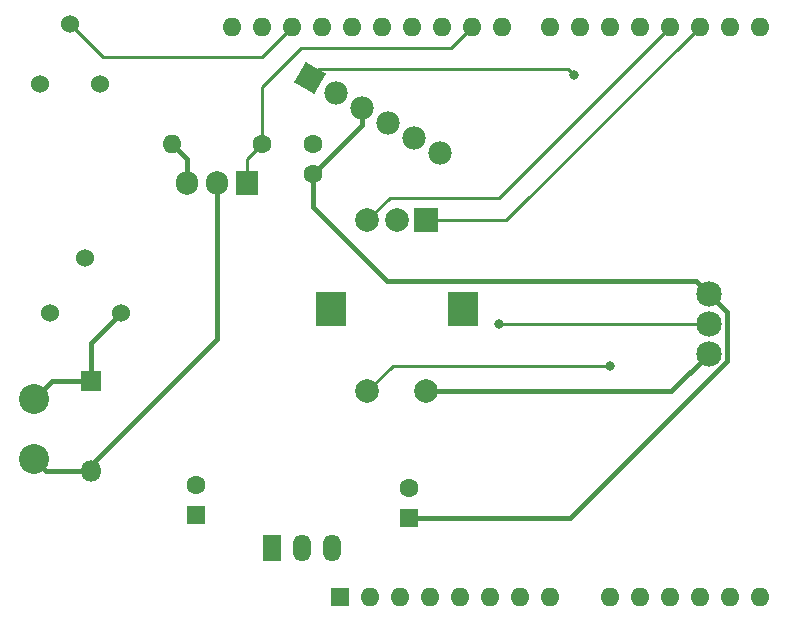
<source format=gbr>
%TF.GenerationSoftware,KiCad,Pcbnew,6.0.1-79c1e3a40b~116~ubuntu20.04.1*%
%TF.CreationDate,2022-01-30T02:47:44-05:00*%
%TF.ProjectId,Protogasm-Board-V2,50726f74-6f67-4617-936d-2d426f617264,rev?*%
%TF.SameCoordinates,PX68290a0PY76b1be0*%
%TF.FileFunction,Copper,L1,Top*%
%TF.FilePolarity,Positive*%
%FSLAX46Y46*%
G04 Gerber Fmt 4.6, Leading zero omitted, Abs format (unit mm)*
G04 Created by KiCad (PCBNEW 6.0.1-79c1e3a40b~116~ubuntu20.04.1) date 2022-01-30 02:47:44*
%MOMM*%
%LPD*%
G01*
G04 APERTURE LIST*
G04 Aperture macros list*
%AMRotRect*
0 Rectangle, with rotation*
0 The origin of the aperture is its center*
0 $1 length*
0 $2 width*
0 $3 Rotation angle, in degrees counterclockwise*
0 Add horizontal line*
21,1,$1,$2,0,0,$3*%
G04 Aperture macros list end*
%TA.AperFunction,ComponentPad*%
%ADD10C,1.600000*%
%TD*%
%TA.AperFunction,ComponentPad*%
%ADD11O,1.600000X1.600000*%
%TD*%
%TA.AperFunction,ComponentPad*%
%ADD12R,2.000000X2.000000*%
%TD*%
%TA.AperFunction,ComponentPad*%
%ADD13C,2.000000*%
%TD*%
%TA.AperFunction,ComponentPad*%
%ADD14R,2.500000X3.000000*%
%TD*%
%TA.AperFunction,ComponentPad*%
%ADD15R,1.600000X1.600000*%
%TD*%
%TA.AperFunction,ComponentPad*%
%ADD16R,1.500000X2.300000*%
%TD*%
%TA.AperFunction,ComponentPad*%
%ADD17O,1.500000X2.300000*%
%TD*%
%TA.AperFunction,ComponentPad*%
%ADD18R,1.905000X2.000000*%
%TD*%
%TA.AperFunction,ComponentPad*%
%ADD19O,1.905000X2.000000*%
%TD*%
%TA.AperFunction,ComponentPad*%
%ADD20C,2.159000*%
%TD*%
%TA.AperFunction,ComponentPad*%
%ADD21R,1.800000X1.800000*%
%TD*%
%TA.AperFunction,ComponentPad*%
%ADD22O,1.800000X1.800000*%
%TD*%
%TA.AperFunction,ComponentPad*%
%ADD23C,1.524000*%
%TD*%
%TA.AperFunction,ComponentPad*%
%ADD24RotRect,1.981200X1.981200X240.000000*%
%TD*%
%TA.AperFunction,ComponentPad*%
%ADD25C,1.981200*%
%TD*%
%TA.AperFunction,ComponentPad*%
%ADD26C,2.540000*%
%TD*%
%TA.AperFunction,ViaPad*%
%ADD27C,0.800000*%
%TD*%
%TA.AperFunction,Conductor*%
%ADD28C,0.381000*%
%TD*%
%TA.AperFunction,Conductor*%
%ADD29C,0.250000*%
%TD*%
G04 APERTURE END LIST*
D10*
%TO.P,R1,1*%
%TO.N,/D9*%
X21336000Y40894000D03*
D11*
%TO.P,R1,2*%
%TO.N,GND*%
X13716000Y40894000D03*
%TD*%
D12*
%TO.P,SW1,A,A*%
%TO.N,/D2*%
X35266000Y34428000D03*
D13*
%TO.P,SW1,B,B*%
%TO.N,/D3*%
X30266000Y34428000D03*
%TO.P,SW1,C,C*%
%TO.N,GND*%
X32766000Y34428000D03*
D14*
%TO.P,SW1,MP*%
%TO.N,N/C*%
X38366000Y26928000D03*
X27166000Y26928000D03*
D13*
%TO.P,SW1,S1,S1*%
%TO.N,GND*%
X35266000Y19928000D03*
%TO.P,SW1,S2,S2*%
%TO.N,/D5*%
X30266000Y19928000D03*
%TD*%
D10*
%TO.P,C1,1*%
%TO.N,+5V*%
X25654000Y38354000D03*
%TO.P,C1,2*%
%TO.N,GND*%
X25654000Y40854000D03*
%TD*%
D15*
%TO.P,C3,1*%
%TO.N,+5V*%
X33782000Y9208887D03*
D10*
%TO.P,C3,2*%
%TO.N,GND*%
X33782000Y11708887D03*
%TD*%
D16*
%TO.P,U3,1,IN*%
%TO.N,+12V*%
X22191000Y6682500D03*
D17*
%TO.P,U3,2,GND*%
%TO.N,GND*%
X24731000Y6682500D03*
%TO.P,U3,3,OUT*%
%TO.N,+5V*%
X27271000Y6682500D03*
%TD*%
D18*
%TO.P,Q1,1,G*%
%TO.N,/D9*%
X20066000Y37592000D03*
D19*
%TO.P,Q1,2,D*%
%TO.N,/MOTOR-*%
X17526000Y37592000D03*
%TO.P,Q1,3,S*%
%TO.N,GND*%
X14986000Y37592000D03*
%TD*%
D15*
%TO.P,C2,1*%
%TO.N,+12V*%
X15748000Y9462887D03*
D10*
%TO.P,C2,2*%
%TO.N,GND*%
X15748000Y11962887D03*
%TD*%
D20*
%TO.P,J1,1,+5V*%
%TO.N,+5V*%
X59182000Y28194000D03*
%TO.P,J1,2,Data_Input*%
%TO.N,/D10*%
X59182000Y25654000D03*
%TO.P,J1,3,GND*%
%TO.N,GND*%
X59182000Y23114000D03*
%TD*%
D21*
%TO.P,D1,1,K*%
%TO.N,+12V*%
X6858000Y20828000D03*
D22*
%TO.P,D1,2,A*%
%TO.N,/MOTOR-*%
X6858000Y13208000D03*
%TD*%
D23*
%TO.P,R2,1,1*%
%TO.N,+5V*%
X2540000Y45974000D03*
%TO.P,R2,2,2*%
%TO.N,/AREF*%
X5080000Y51054000D03*
%TO.P,R2,3,3*%
%TO.N,GND*%
X7620000Y45974000D03*
%TD*%
%TO.P,J2,1*%
%TO.N,+12V*%
X9398000Y26543000D03*
%TO.P,J2,2*%
%TO.N,GND*%
X3398000Y26543000D03*
%TO.P,J2,3*%
%TO.N,N/C*%
X6398000Y31243000D03*
%TD*%
D15*
%TO.P,U1,1,NC*%
%TO.N,unconnected-(U1-Pad1)*%
X27940000Y2540000D03*
D11*
%TO.P,U1,2,IOREF*%
%TO.N,unconnected-(U1-Pad2)*%
X30480000Y2540000D03*
%TO.P,U1,3,~{RESET}*%
%TO.N,unconnected-(U1-Pad3)*%
X33020000Y2540000D03*
%TO.P,U1,4,3V3*%
%TO.N,unconnected-(U1-Pad4)*%
X35560000Y2540000D03*
%TO.P,U1,5,+5V*%
%TO.N,+5V*%
X38100000Y2540000D03*
%TO.P,U1,6,GND*%
%TO.N,unconnected-(U1-Pad6)*%
X40640000Y2540000D03*
%TO.P,U1,7,GND*%
%TO.N,unconnected-(U1-Pad7)*%
X43180000Y2540000D03*
%TO.P,U1,8,VIN*%
%TO.N,unconnected-(U1-Pad8)*%
X45720000Y2540000D03*
%TO.P,U1,9,A0*%
%TO.N,/A0*%
X50800000Y2540000D03*
%TO.P,U1,10,A1*%
%TO.N,unconnected-(U1-Pad10)*%
X53340000Y2540000D03*
%TO.P,U1,11,A2*%
%TO.N,unconnected-(U1-Pad11)*%
X55880000Y2540000D03*
%TO.P,U1,12,A3*%
%TO.N,unconnected-(U1-Pad12)*%
X58420000Y2540000D03*
%TO.P,U1,13,SDA/A4*%
%TO.N,unconnected-(U1-Pad13)*%
X60960000Y2540000D03*
%TO.P,U1,14,SCL/A5*%
%TO.N,unconnected-(U1-Pad14)*%
X63500000Y2540000D03*
%TO.P,U1,15,D0/RX*%
%TO.N,unconnected-(U1-Pad15)*%
X63500000Y50800000D03*
%TO.P,U1,16,D1/TX*%
%TO.N,unconnected-(U1-Pad16)*%
X60960000Y50800000D03*
%TO.P,U1,17,D2*%
%TO.N,/D2*%
X58420000Y50800000D03*
%TO.P,U1,18,D3*%
%TO.N,/D3*%
X55880000Y50800000D03*
%TO.P,U1,19,D4*%
%TO.N,unconnected-(U1-Pad19)*%
X53340000Y50800000D03*
%TO.P,U1,20,D5*%
%TO.N,/D5*%
X50800000Y50800000D03*
%TO.P,U1,21,D6*%
%TO.N,unconnected-(U1-Pad21)*%
X48260000Y50800000D03*
%TO.P,U1,22,D7*%
%TO.N,unconnected-(U1-Pad22)*%
X45720000Y50800000D03*
%TO.P,U1,23,D8*%
%TO.N,unconnected-(U1-Pad23)*%
X41660000Y50800000D03*
%TO.P,U1,24,D9*%
%TO.N,/D9*%
X39120000Y50800000D03*
%TO.P,U1,25,D10*%
%TO.N,/D10*%
X36580000Y50800000D03*
%TO.P,U1,26,D11*%
%TO.N,unconnected-(U1-Pad26)*%
X34040000Y50800000D03*
%TO.P,U1,27,D12*%
%TO.N,unconnected-(U1-Pad27)*%
X31500000Y50800000D03*
%TO.P,U1,28,D13*%
%TO.N,unconnected-(U1-Pad28)*%
X28960000Y50800000D03*
%TO.P,U1,29,GND*%
%TO.N,GND*%
X26420000Y50800000D03*
%TO.P,U1,30,AREF*%
%TO.N,/AREF*%
X23880000Y50800000D03*
%TO.P,U1,31,SDA/A4*%
%TO.N,unconnected-(U1-Pad31)*%
X21340000Y50800000D03*
%TO.P,U1,32,SCL/A5*%
%TO.N,unconnected-(U1-Pad32)*%
X18800000Y50800000D03*
%TD*%
D24*
%TO.P,U2,1,Vout*%
%TO.N,/A0*%
X25400000Y46482000D03*
D25*
%TO.P,U2,2,GND*%
%TO.N,GND*%
X27599705Y45212000D03*
%TO.P,U2,3,VCC*%
%TO.N,+5V*%
X29799409Y43942000D03*
%TO.P,U2,4,V1*%
%TO.N,unconnected-(U2-Pad4)*%
X31999114Y42672000D03*
%TO.P,U2,5,V2*%
%TO.N,unconnected-(U2-Pad5)*%
X34198818Y41402000D03*
%TO.P,U2,6,V_Ex*%
%TO.N,unconnected-(U2-Pad6)*%
X36398523Y40132000D03*
%TD*%
D26*
%TO.P,M1,1,+*%
%TO.N,+12V*%
X2032000Y19304000D03*
%TO.P,M1,2,-*%
%TO.N,/MOTOR-*%
X2032000Y14224000D03*
%TD*%
D27*
%TO.N,/D10*%
X41402000Y25654000D03*
%TO.N,/D5*%
X50800000Y22098000D03*
%TO.N,/A0*%
X47752000Y46736000D03*
%TD*%
D28*
%TO.N,+5V*%
X59182000Y28194000D02*
X58102500Y29273500D01*
X58102500Y29273500D02*
X31940500Y29273500D01*
X31940500Y29273500D02*
X25654000Y35560000D01*
X25654000Y35560000D02*
X25654000Y38354000D01*
X25654000Y38354000D02*
X29799409Y42499409D01*
X60705511Y26670489D02*
X59182000Y28194000D01*
X29799409Y42499409D02*
X29799409Y43942000D01*
X60705511Y22482940D02*
X60705511Y26670489D01*
X47431458Y9208887D02*
X60705511Y22482940D01*
X33782000Y9208887D02*
X47431458Y9208887D01*
%TO.N,GND*%
X55996000Y19928000D02*
X59182000Y23114000D01*
X14986000Y37592000D02*
X14986000Y39624000D01*
X35266000Y19928000D02*
X55996000Y19928000D01*
X14986000Y39624000D02*
X13716000Y40894000D01*
%TO.N,+12V*%
X3556000Y20828000D02*
X2032000Y19304000D01*
X6858000Y20828000D02*
X3556000Y20828000D01*
X6858000Y24003000D02*
X9398000Y26543000D01*
X6858000Y20828000D02*
X6858000Y24003000D01*
%TO.N,/MOTOR-*%
X17526000Y24384000D02*
X17526000Y37592000D01*
X3048000Y13208000D02*
X6858000Y13208000D01*
X2032000Y14224000D02*
X3048000Y13208000D01*
X6858000Y13716000D02*
X17526000Y24384000D01*
D29*
X6858000Y13208000D02*
X6858000Y13716000D01*
%TO.N,/D10*%
X59182000Y25654000D02*
X41402000Y25654000D01*
%TO.N,/D9*%
X37342000Y49022000D02*
X39120000Y50800000D01*
X24638000Y49022000D02*
X37342000Y49022000D01*
X21336000Y45720000D02*
X24638000Y49022000D01*
X20066000Y37592000D02*
X20066000Y39624000D01*
X20066000Y39624000D02*
X21336000Y40894000D01*
X21336000Y40894000D02*
X21336000Y45720000D01*
%TO.N,/AREF*%
X21340000Y48260000D02*
X23880000Y50800000D01*
X7874000Y48260000D02*
X21340000Y48260000D01*
X5080000Y51054000D02*
X7874000Y48260000D01*
%TO.N,/D2*%
X42048000Y34428000D02*
X58420000Y50800000D01*
X35266000Y34428000D02*
X42048000Y34428000D01*
%TO.N,/D3*%
X41402000Y36322000D02*
X55880000Y50800000D01*
X32160000Y36322000D02*
X41402000Y36322000D01*
X30266000Y34428000D02*
X32160000Y36322000D01*
%TO.N,/D5*%
X32436000Y22098000D02*
X50800000Y22098000D01*
X30266000Y19928000D02*
X32436000Y22098000D01*
%TO.N,/A0*%
X47244000Y47244000D02*
X26162000Y47244000D01*
X26162000Y47244000D02*
X25400000Y46482000D01*
X47752000Y46736000D02*
X47244000Y47244000D01*
%TD*%
M02*

</source>
